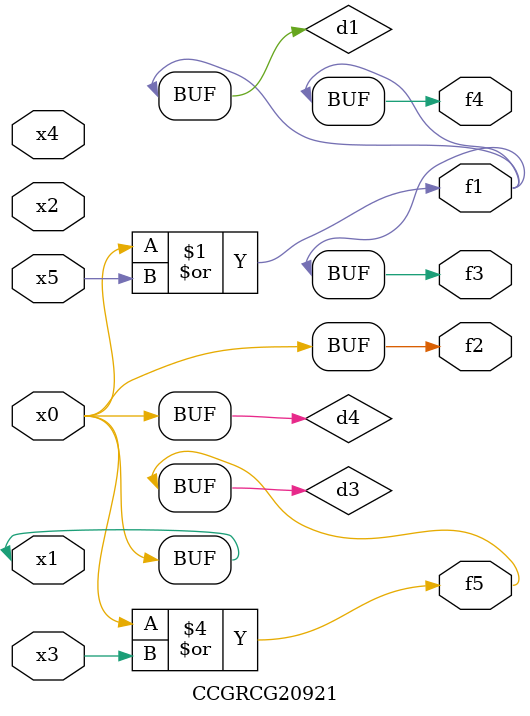
<source format=v>
module CCGRCG20921(
	input x0, x1, x2, x3, x4, x5,
	output f1, f2, f3, f4, f5
);

	wire d1, d2, d3, d4;

	or (d1, x0, x5);
	xnor (d2, x1, x4);
	or (d3, x0, x3);
	buf (d4, x0, x1);
	assign f1 = d1;
	assign f2 = d4;
	assign f3 = d1;
	assign f4 = d1;
	assign f5 = d3;
endmodule

</source>
